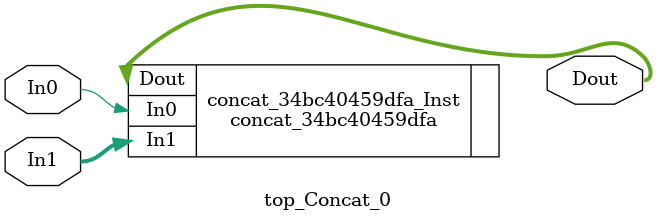
<source format=v>
/************************************************************\
**	Copyright (c) 2012-2024 Anlogic Inc.
**	All Right Reserved.
\************************************************************/
/************************************************************\
**	Build time: Dec 03 2024 17:56:48
**	TD version	:	5.9.122301
************************************************************/
module top_Concat_0
(
  input   [0:0]                 In0,
  input   [4:0]                 In1,
  output  [5:0]                 Dout
);

  concat_34bc40459dfa
  #(
      .PORT_NUM(2),
      .IN_WIDTH_0(1),
      .IN_WIDTH_1(5),
      .OUT_WIDTH(6)
  )concat_34bc40459dfa_Inst
  (
      .In0(In0),
      .In1(In1),
      .Dout(Dout)
  );
endmodule

</source>
